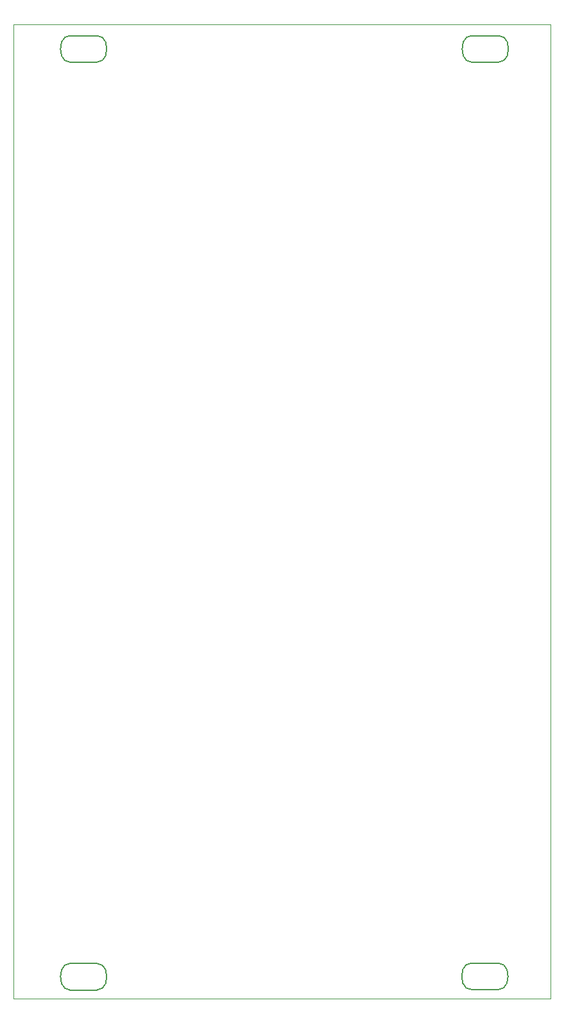
<source format=gbr>
G04 #@! TF.GenerationSoftware,KiCad,Pcbnew,(5.1.6)-1*
G04 #@! TF.CreationDate,2021-08-06T14:07:03+02:00*
G04 #@! TF.ProjectId,Panel,50616e65-6c2e-46b6-9963-61645f706362,rev?*
G04 #@! TF.SameCoordinates,Original*
G04 #@! TF.FileFunction,Copper,L1,Top*
G04 #@! TF.FilePolarity,Positive*
%FSLAX46Y46*%
G04 Gerber Fmt 4.6, Leading zero omitted, Abs format (unit mm)*
G04 Created by KiCad (PCBNEW (5.1.6)-1) date 2021-08-06 14:07:03*
%MOMM*%
%LPD*%
G01*
G04 APERTURE LIST*
G04 #@! TA.AperFunction,Profile*
%ADD10C,0.200000*%
G04 #@! TD*
G04 #@! TA.AperFunction,Profile*
%ADD11C,0.050000*%
G04 #@! TD*
G04 APERTURE END LIST*
D10*
X243664396Y-150386200D02*
G75*
G02*
X242518396Y-151229200I-1145666J357000D01*
G01*
X238986400Y-151229200D02*
X242518399Y-151229200D01*
X238986405Y-151229201D02*
G75*
G02*
X237840403Y-150386201I-335J1200001D01*
G01*
X190715196Y-28037000D02*
G75*
G02*
X189569196Y-28880000I-1145666J357000D01*
G01*
X242518399Y-147729200D02*
X238986400Y-147729200D01*
X242518396Y-147729200D02*
G75*
G02*
X243664396Y-148572200I334J-1200000D01*
G01*
X184891205Y-26223001D02*
G75*
G02*
X186037203Y-25380001I1145665J-356999D01*
G01*
X189569196Y-25380000D02*
G75*
G02*
X190715196Y-26223000I334J-1200000D01*
G01*
X186037200Y-28880000D02*
X189569199Y-28880000D01*
X190715196Y-150437000D02*
G75*
G02*
X189569196Y-151280000I-1145666J357000D01*
G01*
X186037200Y-151280000D02*
X189569199Y-151280000D01*
X186037205Y-151280001D02*
G75*
G02*
X184891203Y-150437001I-335J1200001D01*
G01*
X237840402Y-150386199D02*
G75*
G02*
X237840402Y-148572201I2911998J906999D01*
G01*
X184891202Y-28036999D02*
G75*
G02*
X184891202Y-26223001I2911998J906999D01*
G01*
X190715198Y-148623002D02*
G75*
G02*
X190715197Y-150437000I-2911998J-906998D01*
G01*
X184891205Y-148623001D02*
G75*
G02*
X186037203Y-147780001I1145665J-356999D01*
G01*
X189569199Y-147780000D02*
X186037200Y-147780000D01*
X186037205Y-28880001D02*
G75*
G02*
X184891203Y-28037001I-335J1200001D01*
G01*
X189569196Y-147780000D02*
G75*
G02*
X190715196Y-148623000I334J-1200000D01*
G01*
X189569199Y-25380000D02*
X186037200Y-25380000D01*
X243664398Y-148572202D02*
G75*
G02*
X243664397Y-150386200I-2911998J-906998D01*
G01*
X190715198Y-26223002D02*
G75*
G02*
X190715197Y-28037000I-2911998J-906998D01*
G01*
X237840405Y-148572201D02*
G75*
G02*
X238986403Y-147729201I1145665J-356999D01*
G01*
X184891202Y-150436999D02*
G75*
G02*
X184891202Y-148623001I2911998J906999D01*
G01*
X243715196Y-28037000D02*
G75*
G02*
X242569196Y-28880000I-1145666J357000D01*
G01*
X239037205Y-28880001D02*
G75*
G02*
X237891203Y-28037001I-335J1200001D01*
G01*
X242569199Y-25380000D02*
X239037200Y-25380000D01*
X242569196Y-25380000D02*
G75*
G02*
X243715196Y-26223000I334J-1200000D01*
G01*
X237891202Y-28036999D02*
G75*
G02*
X237891202Y-26223001I2911998J906999D01*
G01*
X239037200Y-28880000D02*
X242569199Y-28880000D01*
X243715198Y-26223002D02*
G75*
G02*
X243715197Y-28037000I-2911998J-906998D01*
G01*
X237891205Y-26223001D02*
G75*
G02*
X239037203Y-25380001I1145665J-356999D01*
G01*
D11*
X178570000Y-23910000D02*
X249420000Y-23910000D01*
X178570000Y-152400000D02*
X178570000Y-23910000D01*
X178570000Y-152400000D02*
X249420000Y-152400000D01*
X249420000Y-152400000D02*
X249420000Y-23910000D01*
M02*

</source>
